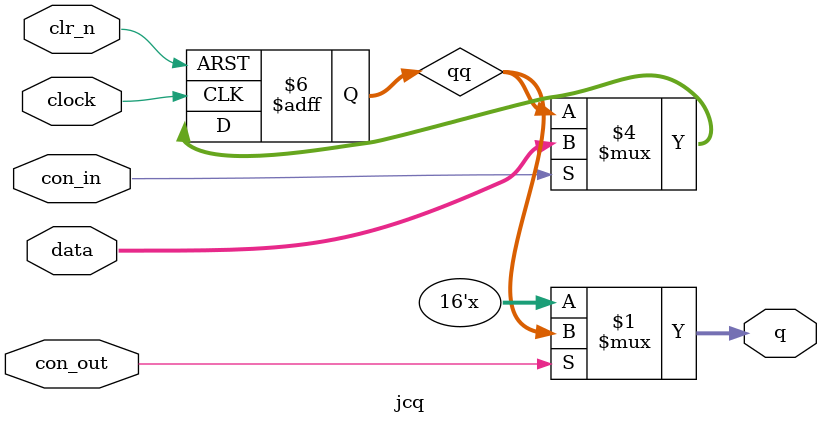
<source format=v>
module jcq
	(
		input [15:0] data,
		input clock,con_in,con_out,clr_n,
		output [15:0] q
	);
	reg [15:0] qq;
	assign q =(con_out) ? qq : 16'hzzzz;
	always @(posedge clock , negedge clr_n)
	begin
		if (!clr_n)
			qq<=16'h0000;
		else
			if (con_in) qq<=data;
	end


endmodule

</source>
